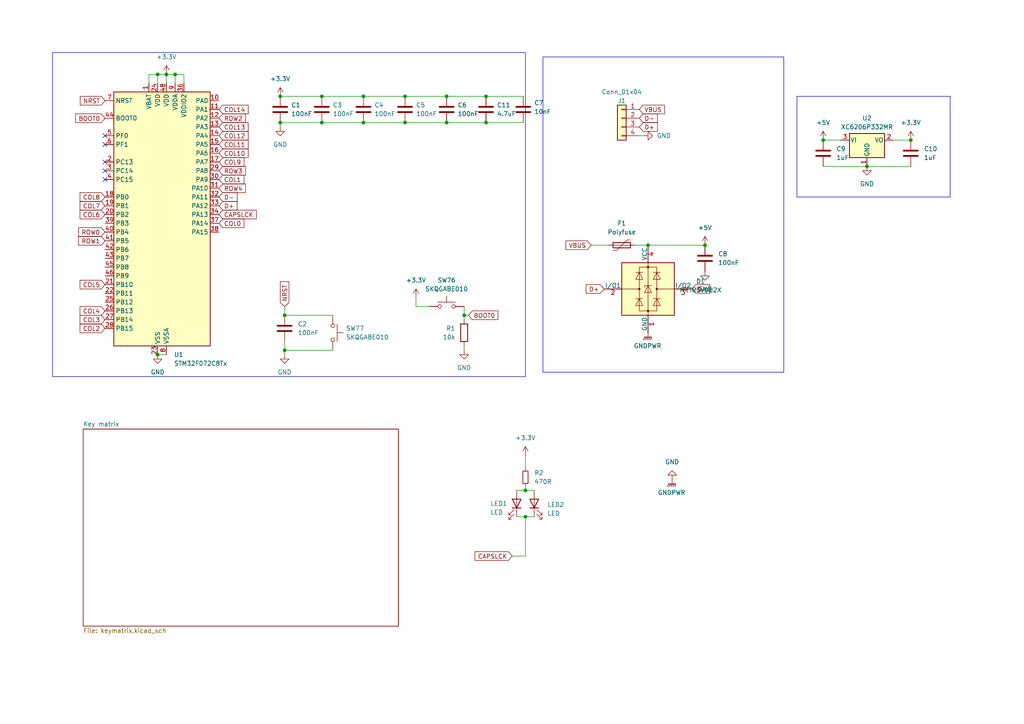
<source format=kicad_sch>
(kicad_sch (version 20230121) (generator eeschema)
  (paper "A4")
  (lib_symbols
    (symbol "Connector_Generic:Conn_01x04" (pin_names (offset 1.016) hide)
      (property "Reference" "J" (at 0 5.08 0))
      (property "Value" "Conn_01x04" (at 0 -7.62 0))
      (symbol "Conn_01x04_1_1"
        (rectangle (start -1.27 -4.953) (end 0 -5.207) (stroke (width 0.1524)))
        (rectangle (start -1.27 -2.413) (end 0 -2.667) (stroke (width 0.1524)))
        (rectangle (start -1.27 0.127) (end 0 -0.127) (stroke (width 0.1524)))
        (rectangle (start -1.27 2.667) (end 0 2.413) (stroke (width 0.1524)))
        (rectangle (start -1.27 3.81) (end 1.27 -6.35) (stroke (width 0.254)) (fill (type background)))
        (pin passive line (at -5.08 2.54 0) (length 3.81) (name "Pin_1") (number "1"))
        (pin passive line (at -5.08 0 0) (length 3.81) (name "Pin_2") (number "2"))
        (pin passive line (at -5.08 -2.54 0) (length 3.81) (name "Pin_3") (number "3"))
        (pin passive line (at -5.08 -5.08 0) (length 3.81) (name "Pin_4") (number "4"))
      )
    )
    (symbol "Device:C" (pin_numbers hide) (pin_names (offset 0.254))
      (property "Reference" "C" (at 0.635 2.54 0))
      (property "Value" "C" (at 0.635 -2.54 0))
      (symbol "C_0_1"
        (polyline (pts (xy -2.032 -0.762) (xy 2.032 -0.762)) (stroke (width 0.508)))
        (polyline (pts (xy -2.032 0.762) (xy 2.032 0.762)) (stroke (width 0.508)))
      )
      (symbol "C_1_1"
        (pin passive line (at 0 3.81 270) (length 2.794) (name "~") (number "1"))
        (pin passive line (at 0 -3.81 90) (length 2.794) (name "~") (number "2"))
      )
    )
    (symbol "Device:LED" (pin_numbers hide) (pin_names (offset 1.016) hide)
      (property "Reference" "D" (at 0 2.54 0))
      (property "Value" "LED" (at 0 -2.54 0))
      (symbol "LED_0_1"
        (polyline (pts (xy -1.27 -1.27) (xy -1.27 1.27)) (stroke (width 0.254)))
        (polyline (pts (xy -1.27 0) (xy 1.27 0)))
        (polyline (pts (xy 1.27 -1.27) (xy 1.27 1.27) (xy -1.27 0) (xy 1.27 -1.27)) (stroke (width 0.254)))
        (polyline (pts (xy -3.048 -0.762) (xy -4.572 -2.286) (xy -3.81 -2.286) (xy -4.572 -2.286) (xy -4.572 -1.524)))
        (polyline (pts (xy -1.778 -0.762) (xy -3.302 -2.286) (xy -2.54 -2.286) (xy -3.302 -2.286) (xy -3.302 -1.524)))
      )
      (symbol "LED_1_1"
        (pin passive line (at -3.81 0 0) (length 2.54) (name "K") (number "1"))
        (pin passive line (at 3.81 0 180) (length 2.54) (name "A") (number "2"))
      )
    )
    (symbol "Device:Polyfuse" (pin_numbers hide) (pin_names (offset 0))
      (property "Reference" "F" (at -2.54 0 90))
      (property "Value" "Polyfuse" (at 2.54 0 90))
      (symbol "Polyfuse_0_1"
        (rectangle (start -0.762 2.54) (end 0.762 -2.54) (stroke (width 0.254)))
        (polyline (pts (xy 0 2.54) (xy 0 -2.54)))
        (polyline (pts (xy -1.524 2.54) (xy -1.524 1.524) (xy 1.524 -1.524) (xy 1.524 -2.54)))
      )
      (symbol "Polyfuse_1_1"
        (pin passive line (at 0 3.81 270) (length 1.27) (name "~") (number "1"))
        (pin passive line (at 0 -3.81 90) (length 1.27) (name "~") (number "2"))
      )
    )
    (symbol "Device:R" (pin_numbers hide) (pin_names (offset 0))
      (property "Reference" "R" (at 2.032 0 90))
      (property "Value" "R" (at 0 0 90))
      (symbol "R_0_1"
        (rectangle (start -1.016 -2.54) (end 1.016 2.54) (stroke (width 0.254)))
      )
      (symbol "R_1_1"
        (pin passive line (at 0 3.81 270) (length 1.27) (name "~") (number "1"))
        (pin passive line (at 0 -3.81 90) (length 1.27) (name "~") (number "2"))
      )
    )
    (symbol "Device:R_Small" (pin_numbers hide) (pin_names (offset 0.254) hide)
      (property "Reference" "R" (at 0.762 0.508 0))
      (property "Value" "R_Small" (at 0.762 -1.016 0))
      (symbol "R_Small_0_1"
        (rectangle (start -0.762 1.778) (end 0.762 -1.778) (stroke (width 0.2032)))
      )
      (symbol "R_Small_1_1"
        (pin passive line (at 0 2.54 270) (length 0.762) (name "~") (number "1"))
        (pin passive line (at 0 -2.54 90) (length 0.762) (name "~") (number "2"))
      )
    )
    (symbol "MCU_ST_STM32F0:STM32F072C8Tx"
      (property "Reference" "U" (at -12.7 39.37 0))
      (property "Value" "STM32F072C8Tx" (at 10.16 39.37 0))
      (symbol "STM32F072C8Tx_0_1"
        (rectangle (start -12.7 -35.56) (end 15.24 38.1) (stroke (width 0.254)) (fill (type background)))
      )
      (symbol "STM32F072C8Tx_1_1"
        (pin power_in line (at -2.54 40.64 270) (length 2.54) (name "VBAT") (number "1"))
        (pin bidirectional line (at 17.78 35.56 180) (length 2.54) (name "PA0") (number "10"))
        (pin bidirectional line (at 17.78 33.02 180) (length 2.54) (name "PA1") (number "11"))
        (pin bidirectional line (at 17.78 30.48 180) (length 2.54) (name "PA2") (number "12"))
        (pin bidirectional line (at 17.78 27.94 180) (length 2.54) (name "PA3") (number "13"))
        (pin bidirectional line (at 17.78 25.4 180) (length 2.54) (name "PA4") (number "14"))
        (pin bidirectional line (at 17.78 22.86 180) (length 2.54) (name "PA5") (number "15"))
        (pin bidirectional line (at 17.78 20.32 180) (length 2.54) (name "PA6") (number "16"))
        (pin bidirectional line (at 17.78 17.78 180) (length 2.54) (name "PA7") (number "17"))
        (pin bidirectional line (at -15.24 7.62 0) (length 2.54) (name "PB0") (number "18"))
        (pin bidirectional line (at -15.24 5.08 0) (length 2.54) (name "PB1") (number "19"))
        (pin bidirectional line (at -15.24 17.78 0) (length 2.54) (name "PC13") (number "2"))
        (pin bidirectional line (at -15.24 2.54 0) (length 2.54) (name "PB2") (number "20"))
        (pin bidirectional line (at -15.24 -17.78 0) (length 2.54) (name "PB10") (number "21"))
        (pin bidirectional line (at -15.24 -20.32 0) (length 2.54) (name "PB11") (number "22"))
        (pin power_in line (at 0 -38.1 90) (length 2.54) (name "VSS") (number "23"))
        (pin power_in line (at 0 40.64 270) (length 2.54) (name "VDD") (number "24"))
        (pin bidirectional line (at -15.24 -22.86 0) (length 2.54) (name "PB12") (number "25"))
        (pin bidirectional line (at -15.24 -25.4 0) (length 2.54) (name "PB13") (number "26"))
        (pin bidirectional line (at -15.24 -27.94 0) (length 2.54) (name "PB14") (number "27"))
        (pin bidirectional line (at -15.24 -30.48 0) (length 2.54) (name "PB15") (number "28"))
        (pin bidirectional line (at 17.78 15.24 180) (length 2.54) (name "PA8") (number "29"))
        (pin bidirectional line (at -15.24 15.24 0) (length 2.54) (name "PC14") (number "3"))
        (pin bidirectional line (at 17.78 12.7 180) (length 2.54) (name "PA9") (number "30"))
        (pin bidirectional line (at 17.78 10.16 180) (length 2.54) (name "PA10") (number "31"))
        (pin bidirectional line (at 17.78 7.62 180) (length 2.54) (name "PA11") (number "32"))
        (pin bidirectional line (at 17.78 5.08 180) (length 2.54) (name "PA12") (number "33"))
        (pin bidirectional line (at 17.78 2.54 180) (length 2.54) (name "PA13") (number "34"))
        (pin passive line (at 0 -38.1 90) (length 2.54) hide (name "VSS") (number "35"))
        (pin power_in line (at 7.62 40.64 270) (length 2.54) (name "VDDIO2") (number "36"))
        (pin bidirectional line (at 17.78 0 180) (length 2.54) (name "PA14") (number "37"))
        (pin bidirectional line (at 17.78 -2.54 180) (length 2.54) (name "PA15") (number "38"))
        (pin bidirectional line (at -15.24 0 0) (length 2.54) (name "PB3") (number "39"))
        (pin bidirectional line (at -15.24 12.7 0) (length 2.54) (name "PC15") (number "4"))
        (pin bidirectional line (at -15.24 -2.54 0) (length 2.54) (name "PB4") (number "40"))
        (pin bidirectional line (at -15.24 -5.08 0) (length 2.54) (name "PB5") (number "41"))
        (pin bidirectional line (at -15.24 -7.62 0) (length 2.54) (name "PB6") (number "42"))
        (pin bidirectional line (at -15.24 -10.16 0) (length 2.54) (name "PB7") (number "43"))
        (pin input line (at -15.24 30.48 0) (length 2.54) (name "BOOT0") (number "44"))
        (pin bidirectional line (at -15.24 -12.7 0) (length 2.54) (name "PB8") (number "45"))
        (pin bidirectional line (at -15.24 -15.24 0) (length 2.54) (name "PB9") (number "46"))
        (pin passive line (at 0 -38.1 90) (length 2.54) hide (name "VSS") (number "47"))
        (pin power_in line (at 2.54 40.64 270) (length 2.54) (name "VDD") (number "48"))
        (pin bidirectional line (at -15.24 25.4 0) (length 2.54) (name "PF0") (number "5"))
        (pin bidirectional line (at -15.24 22.86 0) (length 2.54) (name "PF1") (number "6"))
        (pin input line (at -15.24 35.56 0) (length 2.54) (name "NRST") (number "7"))
        (pin power_in line (at 2.54 -38.1 90) (length 2.54) (name "VSSA") (number "8"))
        (pin power_in line (at 5.08 40.64 270) (length 2.54) (name "VDDA") (number "9"))
      )
    )
    (symbol "Power_Protection:PRTR5V0U2X" (pin_names (offset 0))
      (property "Reference" "D" (at 2.794 8.636 0))
      (property "Value" "PRTR5V0U2X" (at 8.128 -9.398 0))
      (symbol "PRTR5V0U2X_0_1"
        (rectangle (start -7.62 -7.62) (end 7.62 7.62) (stroke (width 0.254)) (fill (type background)))
        (circle (center -2.54 0) (radius 0.254) (fill (type outline)))
        (rectangle (start -2.54 6.35) (end 2.54 -6.35))
        (circle (center 0 -6.35) (radius 0.254) (fill (type outline)))
        (polyline (pts (xy -2.54 0) (xy -7.62 0)))
        (polyline (pts (xy -1.524 -2.794) (xy -3.556 -2.794)))
        (polyline (pts (xy -1.524 4.826) (xy -3.556 4.826)))
        (polyline (pts (xy 0 -7.62) (xy 0 7.62)))
        (polyline (pts (xy 1.524 -2.794) (xy 3.556 -2.794)))
        (polyline (pts (xy 1.524 4.826) (xy 3.556 4.826)))
        (polyline (pts (xy 2.54 0) (xy 7.62 0)))
        (polyline (pts (xy 1.016 1.016) (xy -1.016 1.016) (xy -1.016 0.508)))
        (polyline (pts (xy -3.556 -4.826) (xy -1.524 -4.826) (xy -2.54 -2.794) (xy -3.556 -4.826)))
        (polyline (pts (xy -3.556 2.794) (xy -1.524 2.794) (xy -2.54 4.826) (xy -3.556 2.794)))
        (polyline (pts (xy -1.016 -1.016) (xy 1.016 -1.016) (xy 0 1.016) (xy -1.016 -1.016)))
        (polyline (pts (xy 3.556 -4.826) (xy 1.524 -4.826) (xy 2.54 -2.794) (xy 3.556 -4.826)))
        (polyline (pts (xy 3.556 2.794) (xy 1.524 2.794) (xy 2.54 4.826) (xy 3.556 2.794)))
        (circle (center 0 6.35) (radius 0.254) (fill (type outline)))
        (circle (center 2.54 0) (radius 0.254) (fill (type outline)))
      )
      (symbol "PRTR5V0U2X_1_1"
        (pin passive line (at 0 -12.7 90) (length 5.08) (name "GND") (number "1"))
        (pin passive line (at -12.7 0 0) (length 5.08) (name "I/O1") (number "2"))
        (pin passive line (at 12.7 0 180) (length 5.08) (name "I/O2") (number "3"))
        (pin passive line (at 0 12.7 270) (length 5.08) (name "VCC") (number "4"))
      )
    )
    (symbol "Regulator_Linear:XC6206PxxxMR" (pin_names (offset 0.254))
      (property "Reference" "U" (at -3.81 3.175 0))
      (property "Value" "XC6206PxxxMR" (at 0 3.175 0))
      (symbol "XC6206PxxxMR_0_1"
        (rectangle (start -5.08 1.905) (end 5.08 -5.08) (stroke (width 0.254)) (fill (type background)))
      )
      (symbol "XC6206PxxxMR_1_1"
        (pin power_in line (at 0 -7.62 90) (length 2.54) (name "GND") (number "1"))
        (pin power_out line (at 7.62 0 180) (length 2.54) (name "VO") (number "2"))
        (pin power_in line (at -7.62 0 0) (length 2.54) (name "VI") (number "3"))
      )
    )
    (symbol "Switch:SW_Push" (pin_numbers hide) (pin_names (offset 1.016) hide)
      (property "Reference" "SW" (at 1.27 2.54 0))
      (property "Value" "SW_Push" (at 0 -1.524 0))
      (symbol "SW_Push_0_1"
        (circle (center -2.032 0) (radius 0.508))
        (polyline (pts (xy 0 1.27) (xy 0 3.048)))
        (polyline (pts (xy 2.54 1.27) (xy -2.54 1.27)))
        (circle (center 2.032 0) (radius 0.508))
        (pin passive line (at -5.08 0 0) (length 2.54) (name "1") (number "1"))
        (pin passive line (at 5.08 0 180) (length 2.54) (name "2") (number "2"))
      )
    )
    (symbol "power:+3.3V" (power) (pin_names (offset 0))
      (property "Value" "+3.3V" (at 0 3.556 0))
      (symbol "+3.3V_0_1"
        (polyline (pts (xy -0.762 1.27) (xy 0 2.54)))
        (polyline (pts (xy 0 0) (xy 0 2.54)))
        (polyline (pts (xy 0 2.54) (xy 0.762 1.27)))
      )
      (symbol "+3.3V_1_1"
        (pin power_in line (at 0 0 90) (length 0) hide (name "+3.3V") (number "1"))
      )
    )
    (symbol "power:+5V" (power) (pin_names (offset 0))
      (property "Value" "+5V" (at 0 3.556 0))
      (symbol "+5V_0_1"
        (polyline (pts (xy -0.762 1.27) (xy 0 2.54)))
        (polyline (pts (xy 0 0) (xy 0 2.54)))
        (polyline (pts (xy 0 2.54) (xy 0.762 1.27)))
      )
      (symbol "+5V_1_1"
        (pin power_in line (at 0 0 90) (length 0) hide (name "+5V") (number "1"))
      )
    )
    (symbol "power:GND" (power) (pin_names (offset 0))
      (property "Value" "GND" (at 0 -3.81 0))
      (symbol "GND_0_1"
        (polyline (pts (xy 0 0) (xy 0 -1.27) (xy 1.27 -1.27) (xy 0 -2.54) (xy -1.27 -1.27) (xy 0 -1.27)))
      )
      (symbol "GND_1_1"
        (pin power_in line (at 0 0 270) (length 0) hide (name "GND") (number "1"))
      )
    )
    (symbol "power:GNDPWR" (power) (pin_names (offset 0))
      (property "Value" "GNDPWR" (at 0 -3.302 0))
      (symbol "GNDPWR_0_1"
        (polyline (pts (xy 0 -1.27) (xy 0 0)))
        (polyline (pts (xy -1.016 -1.27) (xy -1.27 -2.032) (xy -1.27 -2.032)) (stroke (width 0.2032)))
        (polyline (pts (xy -0.508 -1.27) (xy -0.762 -2.032) (xy -0.762 -2.032)) (stroke (width 0.2032)))
        (polyline (pts (xy 0 -1.27) (xy -0.254 -2.032) (xy -0.254 -2.032)) (stroke (width 0.2032)))
        (polyline (pts (xy 0.508 -1.27) (xy 0.254 -2.032) (xy 0.254 -2.032)) (stroke (width 0.2032)))
        (polyline (pts (xy 1.016 -1.27) (xy -1.016 -1.27) (xy -1.016 -1.27)) (stroke (width 0.2032)))
        (polyline (pts (xy 1.016 -1.27) (xy 0.762 -2.032) (xy 0.762 -2.032) (xy 0.762 -2.032)) (stroke (width 0.2032)))
      )
      (symbol "GNDPWR_1_1"
        (pin power_in line (at 0 0 270) (length 0) hide (name "GNDPWR") (number "1"))
      )
    )
  )
  (junction (at 93.345 27.94))
  (junction (at 117.475 27.94))
  (junction (at 187.96 71.12))
  (junction (at 50.8 21.59))
  (junction (at 238.76 40.64))
  (junction (at 140.97 35.56))
  (junction (at 82.55 91.44))
  (junction (at 105.41 27.94))
  (junction (at 81.28 35.56))
  (junction (at 152.4 149.86))
  (junction (at 48.26 21.59))
  (junction (at 93.345 35.56))
  (junction (at 152.4 142.24))
  (junction (at 264.16 40.64))
  (junction (at 45.72 21.59))
  (junction (at 134.62 91.44))
  (junction (at 117.475 35.56))
  (junction (at 204.47 71.12))
  (junction (at 251.46 48.26))
  (junction (at 129.54 35.56))
  (junction (at 105.41 35.56))
  (junction (at 140.97 27.94))
  (junction (at 82.55 101.6))
  (junction (at 45.72 102.87))
  (junction (at 81.28 27.94))
  (junction (at 129.54 27.94))
  (no_connect (at 30.48 52.07))
  (no_connect (at 30.48 41.91))
  (no_connect (at 30.48 39.37))
  (no_connect (at 30.48 49.53))
  (no_connect (at 320.04 50.8))
  (no_connect (at 30.48 46.99))
  (wire (pts (xy 154.94 149.86) (xy 152.4 149.86)))
  (wire (pts (xy 129.54 27.94) (xy 140.97 27.94)))
  (wire (pts (xy 43.18 21.59) (xy 45.72 21.59)))
  (wire (pts (xy 93.345 27.94) (xy 105.41 27.94)))
  (wire (pts (xy 53.34 21.59) (xy 53.34 24.13)))
  (wire (pts (xy 82.55 88.9) (xy 82.55 91.44)))
  (wire (pts (xy 152.4 140.97) (xy 152.4 142.24)))
  (wire (pts (xy 48.26 21.59) (xy 48.26 24.13)))
  (wire (pts (xy 81.28 35.56) (xy 93.345 35.56)))
  (wire (pts (xy 82.55 91.44) (xy 96.52 91.44)))
  (wire (pts (xy 50.8 21.59) (xy 50.8 24.13)))
  (wire (pts (xy 152.4 161.29) (xy 148.59 161.29)))
  (wire (pts (xy 93.345 35.56) (xy 105.41 35.56)))
  (wire (pts (xy 82.55 101.6) (xy 96.52 101.6)))
  (wire (pts (xy 152.4 142.24) (xy 154.94 142.24)))
  (wire (pts (xy 81.28 35.56) (xy 81.28 36.83)))
  (wire (pts (xy 171.45 71.12) (xy 176.53 71.12)))
  (wire (pts (xy 129.54 35.56) (xy 140.97 35.56)))
  (wire (pts (xy 140.97 27.94) (xy 151.765 27.94)))
  (wire (pts (xy 152.4 161.29) (xy 152.4 149.86)))
  (wire (pts (xy 134.62 88.9) (xy 134.62 91.44)))
  (wire (pts (xy 149.86 142.24) (xy 152.4 142.24)))
  (wire (pts (xy 82.55 99.06) (xy 82.55 101.6)))
  (wire (pts (xy 238.76 48.26) (xy 251.46 48.26)))
  (wire (pts (xy 105.41 35.56) (xy 117.475 35.56)))
  (wire (pts (xy 152.4 132.08) (xy 152.4 135.89)))
  (wire (pts (xy 120.65 86.36) (xy 120.65 88.9)))
  (wire (pts (xy 117.475 27.94) (xy 129.54 27.94)))
  (wire (pts (xy 120.65 88.9) (xy 124.46 88.9)))
  (wire (pts (xy 45.72 21.59) (xy 48.26 21.59)))
  (wire (pts (xy 187.96 71.12) (xy 204.47 71.12)))
  (wire (pts (xy 238.76 40.64) (xy 243.84 40.64)))
  (wire (pts (xy 81.28 27.94) (xy 93.345 27.94)))
  (wire (pts (xy 43.18 24.13) (xy 43.18 21.59)))
  (wire (pts (xy 117.475 35.56) (xy 129.54 35.56)))
  (wire (pts (xy 134.62 100.33) (xy 134.62 101.6)))
  (wire (pts (xy 185.42 39.37) (xy 186.69 39.37)))
  (wire (pts (xy 135.89 91.44) (xy 134.62 91.44)))
  (wire (pts (xy 134.62 91.44) (xy 134.62 92.71)))
  (wire (pts (xy 82.55 101.6) (xy 82.55 102.87)))
  (wire (pts (xy 45.72 102.87) (xy 48.26 102.87)))
  (wire (pts (xy 184.15 71.12) (xy 187.96 71.12)))
  (wire (pts (xy 48.26 21.59) (xy 50.8 21.59)))
  (wire (pts (xy 105.41 27.94) (xy 117.475 27.94)))
  (wire (pts (xy 149.86 149.86) (xy 152.4 149.86)))
  (wire (pts (xy 251.46 48.26) (xy 264.16 48.26)))
  (wire (pts (xy 140.97 35.56) (xy 151.765 35.56)))
  (wire (pts (xy 50.8 21.59) (xy 53.34 21.59)))
  (wire (pts (xy 259.08 40.64) (xy 264.16 40.64)))
  (wire (pts (xy 45.72 21.59) (xy 45.72 24.13)))
  (rectangle (start 157.48 16.51) (end 227.33 107.95))
  (rectangle (start 231.14 27.94) (end 275.59 57.15))
  (rectangle (start 15.24 15.24) (end 152.4 109.22))
  (global_label "ROW3" (shape input) (at 63.5 49.53 0) (property "Intersheetrefs" "${INTERSHEET_REFS}" (effects hide)))
  (global_label "COL1" (shape input) (at 63.5 52.07 0) (property "Intersheetrefs" "${INTERSHEET_REFS}" (effects hide)))
  (global_label "COL8" (shape input) (at 30.48 57.15 180) (property "Intersheetrefs" "${INTERSHEET_REFS}" (effects hide)))
  (global_label "D-" (shape input) (at 63.5 57.15 0) (property "Intersheetrefs" "${INTERSHEET_REFS}" (effects hide)))
  (global_label "COL7" (shape input) (at 30.48 59.69 180) (property "Intersheetrefs" "${INTERSHEET_REFS}" (effects hide)))
  (global_label "BOOT0" (shape input) (at 30.48 34.29 180) (property "Intersheetrefs" "${INTERSHEET_REFS}" (effects hide)))
  (global_label "COL2" (shape input) (at 30.48 95.25 180) (property "Intersheetrefs" "${INTERSHEET_REFS}" (effects hide)))
  (global_label "ROW4" (shape input) (at 63.5 54.61 0) (property "Intersheetrefs" "${INTERSHEET_REFS}" (effects hide)))
  (global_label "COL12" (shape input) (at 63.5 39.37 0) (property "Intersheetrefs" "${INTERSHEET_REFS}" (effects hide)))
  (global_label "COL13" (shape input) (at 63.5 36.83 0) (property "Intersheetrefs" "${INTERSHEET_REFS}" (effects hide)))
  (global_label "D-" (shape input) (at 185.42 34.29 0) (property "Intersheetrefs" "${INTERSHEET_REFS}" (effects hide)))
  (global_label "NRST" (shape input) (at 82.55 88.9 90) (property "Intersheetrefs" "${INTERSHEET_REFS}" (effects hide)))
  (global_label "ROW2" (shape input) (at 63.5 34.29 0) (property "Intersheetrefs" "${INTERSHEET_REFS}" (effects hide)))
  (global_label "COL11" (shape input) (at 63.5 41.91 0) (property "Intersheetrefs" "${INTERSHEET_REFS}" (effects hide)))
  (global_label "ROW0" (shape input) (at 30.48 67.31 180) (property "Intersheetrefs" "${INTERSHEET_REFS}" (effects hide)))
  (global_label "COL4" (shape input) (at 30.48 90.17 180) (property "Intersheetrefs" "${INTERSHEET_REFS}" (effects hide)))
  (global_label "COL9" (shape input) (at 63.5 46.99 0) (property "Intersheetrefs" "${INTERSHEET_REFS}" (effects hide)))
  (global_label "D-" (shape input) (at 200.66 83.82 0) (property "Intersheetrefs" "${INTERSHEET_REFS}" (effects hide)))
  (global_label "NRST" (shape input) (at 30.48 29.21 180) (property "Intersheetrefs" "${INTERSHEET_REFS}" (effects hide)))
  (global_label "CAPSLCK" (shape input) (at 63.5 62.23 0) (property "Intersheetrefs" "${INTERSHEET_REFS}" (effects hide)))
  (global_label "CAPSLCK" (shape input) (at 148.59 161.29 180) (property "Intersheetrefs" "${INTERSHEET_REFS}" (effects hide)))
  (global_label "COL10" (shape input) (at 63.5 44.45 0) (property "Intersheetrefs" "${INTERSHEET_REFS}" (effects hide)))
  (global_label "COL0" (shape input) (at 63.5 64.77 0) (property "Intersheetrefs" "${INTERSHEET_REFS}" (effects hide)))
  (global_label "D+" (shape input) (at 175.26 83.82 180) (property "Intersheetrefs" "${INTERSHEET_REFS}" (effects hide)))
  (global_label "D+" (shape input) (at 185.42 36.83 0) (property "Intersheetrefs" "${INTERSHEET_REFS}" (effects hide)))
  (global_label "ROW1" (shape input) (at 30.48 69.85 180) (property "Intersheetrefs" "${INTERSHEET_REFS}" (effects hide)))
  (global_label "D+" (shape input) (at 63.5 59.69 0) (property "Intersheetrefs" "${INTERSHEET_REFS}" (effects hide)))
  (global_label "COL3" (shape input) (at 30.48 92.71 180) (property "Intersheetrefs" "${INTERSHEET_REFS}" (effects hide)))
  (global_label "BOOT0" (shape input) (at 135.89 91.44 0) (property "Intersheetrefs" "${INTERSHEET_REFS}" (effects hide)))
  (global_label "VBUS" (shape input) (at 171.45 71.12 180) (property "Intersheetrefs" "${INTERSHEET_REFS}" (effects hide)))
  (global_label "COL6" (shape input) (at 30.48 62.23 180) (property "Intersheetrefs" "${INTERSHEET_REFS}" (effects hide)))
  (global_label "COL5" (shape input) (at 30.48 82.55 180) (property "Intersheetrefs" "${INTERSHEET_REFS}" (effects hide)))
  (global_label "VBUS" (shape input) (at 185.42 31.75 0) (property "Intersheetrefs" "${INTERSHEET_REFS}" (effects hide)))
  (global_label "COL14" (shape input) (at 63.5 31.75 0) (property "Intersheetrefs" "${INTERSHEET_REFS}" (effects hide)))
  (symbol (lib_id "power:GND") (at 194.945 139.065 0) (mirror x) (unit 1)
    (property "Reference" "#PWR017" (effects hide))
    (property "Value" "GND" (at 194.945 133.985 0))
  )
  (symbol (lib_id "Device:LED") (at 154.94 146.05 90) (unit 1) (in_bom no)
    (property "Reference" "LED2" (at 158.75 146.3675 90) (effects (justify right)))
    (property "Value" "LED" (at 158.75 148.9075 90) (effects (justify right)))
    (property "Footprint" "LED_SMD:LED_1206_3216Metric_ReverseMount_Hole1.8x2.4mm" (effects hide))
  )
  (symbol (lib_id "power:+3.3V") (at 48.26 21.59 0) (unit 1)
    (property "Reference" "#PWR02" (effects hide))
    (property "Value" "+3.3V" (at 48.26 16.51 0))
  )
  (symbol (lib_id "power:GND") (at 204.47 78.74 0) (unit 1)
    (property "Reference" "#PWR012" (effects hide))
    (property "Value" "GND" (at 204.47 83.82 0))
  )
  (symbol (lib_id "Device:LED") (at 149.86 146.05 270) (mirror x) (unit 1) (in_bom no)
    (property "Reference" "LED1" (at 142.24 146.05 90) (effects (justify left)))
    (property "Value" "LED" (at 142.24 148.59 90) (effects (justify left)))
    (property "Footprint" "LED_SMD:LED_1206_3216Metric_ReverseMount_Hole1.8x2.4mm" (effects hide))
  )
  (symbol (lib_id "Device:C") (at 204.47 74.93 0) (unit 1)
    (property "Reference" "C8" (at 208.28 73.66 0) (effects (justify left)))
    (property "Value" "100nF" (at 208.28 76.2 0) (effects (justify left)))
    (property "Footprint" "Capacitor_SMD:C_0402_1005Metric" (effects hide))
  )
  (symbol (lib_id "power:GND") (at 82.55 102.87 0) (unit 1)
    (property "Reference" "#PWR06" (effects hide))
    (property "Value" "GND" (at 82.55 107.95 0))
  )
  (symbol (lib_id "power:GND") (at 81.28 36.83 0) (unit 1)
    (property "Reference" "#PWR04" (effects hide))
    (property "Value" "GND" (at 81.28 41.91 0))
  )
  (symbol (lib_id "power:+3.3V") (at 264.16 40.64 0) (unit 1)
    (property "Reference" "#PWR014" (effects hide))
    (property "Value" "+3.3V" (at 264.16 35.56 0))
  )
  (symbol (lib_id "Device:C") (at 238.76 44.45 0) (unit 1)
    (property "Reference" "C9" (at 242.57 43.18 0) (effects (justify left)))
    (property "Value" "1uF" (at 242.57 45.72 0) (effects (justify left)))
    (property "Footprint" "Capacitor_SMD:C_0603_1608Metric" (effects hide))
  )
  (symbol (lib_id "power:GNDPWR") (at 187.96 96.52 0) (unit 1)
    (property "Reference" "#PWR015" (effects hide))
    (property "Value" "GNDPWR" (at 187.833 100.33 0))
  )
  (symbol (lib_id "Device:R") (at 134.62 96.52 0) (mirror y) (unit 1)
    (property "Reference" "R1" (at 132.08 95.25 0) (effects (justify left)))
    (property "Value" "10k" (at 132.08 97.79 0) (effects (justify left)))
    (property "Footprint" "Resistor_SMD:R_0402_1005Metric" (effects hide))
  )
  (symbol (lib_id "power:+3.3V") (at 120.65 86.36 0) (unit 1)
    (property "Reference" "#PWR05" (effects hide))
    (property "Value" "+3.3V" (at 120.65 81.28 0))
  )
  (symbol (lib_id "power:GNDPWR") (at 194.945 139.065 0) (unit 1)
    (property "Reference" "#PWR016" (effects hide))
    (property "Value" "GNDPWR" (at 194.818 142.875 0))
  )
  (symbol (lib_id "power:GND") (at 134.62 101.6 0) (unit 1)
    (property "Reference" "#PWR07" (effects hide))
    (property "Value" "GND" (at 134.62 106.68 0))
  )
  (symbol (lib_id "Regulator_Linear:XC6206PxxxMR") (at 251.46 40.64 0) (unit 1)
    (property "Reference" "U2" (at 251.46 34.29 0))
    (property "Value" "XC6206P332MR" (at 251.46 36.83 0))
    (property "Footprint" "Package_TO_SOT_SMD:SOT-23-3" (effects hide))
    (property "Datasheet" "https://www.torexsemi.com/file/xc6206/XC6206.pdf" (effects hide))
  )
  (symbol (lib_id "Power_Protection:PRTR5V0U2X") (at 187.96 83.82 0) (unit 1)
    (property "Reference" "D1" (at 203.2 81.6041 0))
    (property "Value" "PRTR5V0U2X" (at 203.2 84.1441 0))
    (property "Footprint" "Package_TO_SOT_SMD:SOT-143" (effects hide))
    (property "Datasheet" "https://assets.nexperia.com/documents/data-sheet/PRTR5V0U2X.pdf" (effects hide))
  )
  (symbol (lib_id "Device:C") (at 117.475 31.75 0) (unit 1)
    (property "Reference" "C5" (at 120.65 30.48 0) (effects (justify left)))
    (property "Value" "100nF" (at 120.65 33.02 0) (effects (justify left)))
    (property "Footprint" "Capacitor_SMD:C_0402_1005Metric" (effects hide))
  )
  (symbol (lib_id "power:+5V") (at 204.47 71.12 0) (unit 1)
    (property "Reference" "#PWR010" (effects hide))
    (property "Value" "+5V" (at 204.47 66.04 0))
  )
  (symbol (lib_id "power:+3.3V") (at 152.4 132.08 0) (unit 1)
    (property "Reference" "#PWR09" (effects hide))
    (property "Value" "+3.3V" (at 152.4 127 0))
  )
  (symbol (lib_id "Device:C") (at 93.345 31.75 0) (unit 1)
    (property "Reference" "C3" (at 96.52 30.48 0) (effects (justify left)))
    (property "Value" "100nF" (at 96.52 33.02 0) (effects (justify left)))
    (property "Footprint" "Capacitor_SMD:C_0402_1005Metric" (effects hide))
  )
  (symbol (lib_id "Connector_Generic:Conn_01x04") (at 180.34 34.29 0) (mirror y) (unit 1)
    (property "Reference" "J1" (at 180.34 29.21 0))
    (property "Value" "Conn_01x04" (at 180.34 26.67 0))
    (property "Footprint" "Connector_JST:JST_SH_SM04B-SRSS-TB_1x04-1MP_P1.00mm_Horizontal" (effects hide))
  )
  (symbol (lib_id "Device:C") (at 105.41 31.75 0) (unit 1)
    (property "Reference" "C4" (at 108.585 30.48 0) (effects (justify left)))
    (property "Value" "100nF" (at 108.585 33.02 0) (effects (justify left)))
    (property "Footprint" "Capacitor_SMD:C_0402_1005Metric" (effects hide))
  )
  (symbol (lib_id "power:+5V") (at 238.76 40.64 0) (unit 1)
    (property "Reference" "#PWR011" (effects hide))
    (property "Value" "+5V" (at 238.76 35.56 0))
  )
  (symbol (lib_id "Device:Polyfuse") (at 180.34 71.12 90) (unit 1)
    (property "Reference" "F1" (at 180.34 64.77 90))
    (property "Value" "Polyfuse" (at 180.34 67.31 90))
    (property "Footprint" "Fuse:Fuse_1206_3216Metric" (effects hide))
  )
  (symbol (lib_id "Device:C") (at 82.55 95.25 0) (unit 1)
    (property "Reference" "C2" (at 86.36 93.98 0) (effects (justify left)))
    (property "Value" "100nF" (at 86.36 96.52 0) (effects (justify left)))
    (property "Footprint" "Capacitor_SMD:C_0402_1005Metric" (effects hide))
  )
  (symbol (lib_id "power:GND") (at 45.72 102.87 0) (unit 1)
    (property "Reference" "#PWR01" (effects hide))
    (property "Value" "GND" (at 45.72 107.95 0))
  )
  (symbol (lib_id "Device:C") (at 81.28 31.75 0) (unit 1)
    (property "Reference" "C1" (at 84.455 30.48 0) (effects (justify left)))
    (property "Value" "100nF" (at 84.455 33.02 0) (effects (justify left)))
    (property "Footprint" "Capacitor_SMD:C_0402_1005Metric" (effects hide))
  )
  (symbol (lib_id "Device:C") (at 264.16 44.45 0) (unit 1)
    (property "Reference" "C10" (at 267.97 43.18 0) (effects (justify left)))
    (property "Value" "1uF" (at 267.97 45.72 0) (effects (justify left)))
    (property "Footprint" "Capacitor_SMD:C_0603_1608Metric" (effects hide))
  )
  (symbol (lib_id "Device:C") (at 151.765 31.75 0) (unit 1)
    (property "Reference" "C7" (at 154.94 29.845 0) (effects (justify left)))
    (property "Value" "10nF" (at 154.94 32.385 0) (effects (justify left)))
    (property "Footprint" "Capacitor_SMD:C_0402_1005Metric" (effects hide))
  )
  (symbol (lib_id "power:+3.3V") (at 81.28 27.94 0) (unit 1)
    (property "Reference" "#PWR03" (effects hide))
    (property "Value" "+3.3V" (at 81.28 22.86 0))
  )
  (symbol (lib_id "Device:C") (at 129.54 31.75 0) (unit 1)
    (property "Reference" "C6" (at 132.715 30.48 0) (effects (justify left)))
    (property "Value" "100nF" (at 132.715 33.02 0) (effects (justify left)))
    (property "Footprint" "Capacitor_SMD:C_0402_1005Metric" (effects hide))
  )
  (symbol (lib_id "power:GND") (at 251.46 48.26 0) (unit 1)
    (property "Reference" "#PWR013" (effects hide))
    (property "Value" "GND" (at 251.46 53.34 0))
  )
  (symbol (lib_id "Switch:SW_Push") (at 129.54 88.9 0) (unit 1)
    (property "Reference" "SW76" (at 129.54 81.28 0))
    (property "Value" "SKQGABE010" (at 129.54 83.82 0))
    (property "Footprint" "Button_Switch_SMD:SW_SPST_SKQG_WithoutStem" (effects hide))
  )
  (symbol (lib_id "power:GND") (at 186.69 39.37 90) (mirror x) (unit 1)
    (property "Reference" "#PWR08" (effects hide))
    (property "Value" "GND" (at 190.5 39.37 90) (effects (justify right)))
  )
  (symbol (lib_id "Switch:SW_Push") (at 96.52 96.52 270) (unit 1)
    (property "Reference" "SW77" (at 100.33 95.25 90) (effects (justify left)))
    (property "Value" "SKQGABE010" (at 100.33 97.79 90) (effects (justify left)))
    (property "Footprint" "Button_Switch_SMD:SW_SPST_SKQG_WithoutStem" (effects hide))
  )
  (symbol (lib_id "Device:C") (at 140.97 31.75 0) (unit 1)
    (property "Reference" "C11" (at 144.145 30.48 0) (effects (justify left)))
    (property "Value" "4.7uF" (at 144.145 33.02 0) (effects (justify left)))
    (property "Footprint" "Capacitor_SMD:C_0402_1005Metric" (effects hide))
  )
  (symbol (lib_id "Device:R_Small") (at 152.4 138.43 180) (unit 1)
    (property "Reference" "R2" (at 154.94 137.16 0) (effects (justify right)))
    (property "Value" "470R" (at 154.94 139.7 0) (effects (justify right)))
    (property "Footprint" "Resistor_SMD:R_0402_1005Metric" (effects hide))
    (property "LCSC" "C25117" (effects hide))
  )
  (symbol (lib_id "MCU_ST_STM32F0:STM32F072C8Tx") (at 45.72 64.77 0) (unit 1)
    (property "Reference" "U1" (at 50.4541 102.87 0) (effects (justify left)))
    (property "Value" "STM32F072C8Tx" (at 50.4541 105.41 0) (effects (justify left)))
    (property "Footprint" "Package_QFP:LQFP-48_7x7mm_P0.5mm" (effects hide))
    (property "Datasheet" "https://www.st.com/resource/en/datasheet/stm32f072c8.pdf" (effects hide))
  )
  (sheet (at 24.13 124.46) (size 91.44 57.15) (stroke (width 0.1524))
    (property "Sheetname" "Key matrix" (at 24.13 123.7484 0) (effects (justify left bottom)))
    (property "Sheetfile" "keymatrix.kicad_sch" (at 24.13 182.1946 0) (effects (justify left top)))
  )
)
</source>
